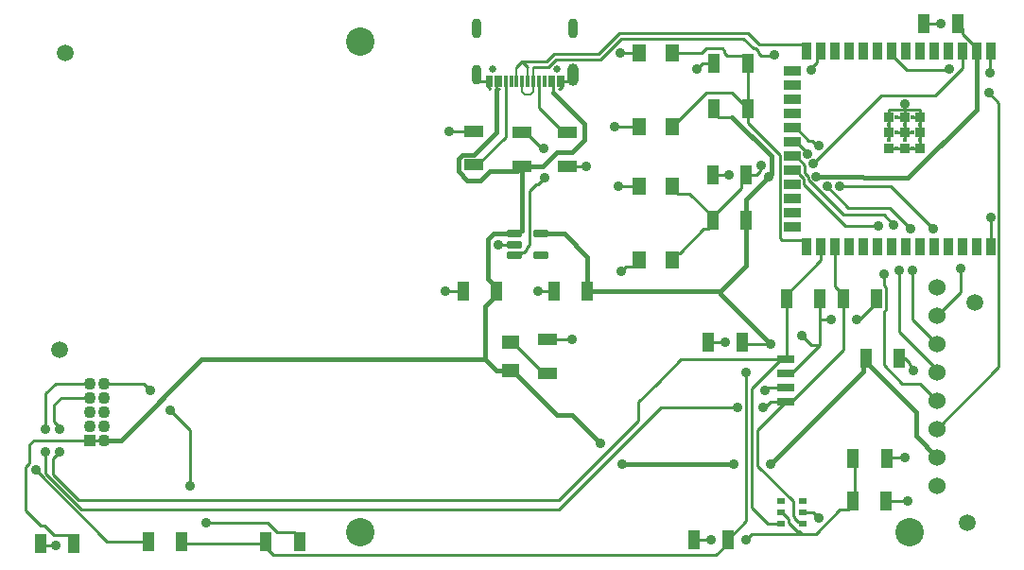
<source format=gtl>
G04*
G04 #@! TF.GenerationSoftware,Altium Limited,Altium Designer,24.2.2 (26)*
G04*
G04 Layer_Physical_Order=1*
G04 Layer_Color=255*
%FSLAX44Y44*%
%MOMM*%
G71*
G04*
G04 #@! TF.SameCoordinates,46537A69-6C61-4849-90A4-6659EB9BC9F3*
G04*
G04*
G04 #@! TF.FilePolarity,Positive*
G04*
G01*
G75*
%ADD12C,0.2540*%
%ADD17R,1.1176X1.8034*%
%ADD18R,0.9000X0.9000*%
%ADD19R,0.9000X1.5000*%
%ADD20R,1.5000X0.9000*%
G04:AMPARAMS|DCode=21|XSize=0.6mm|YSize=1.35mm|CornerRadius=0.045mm|HoleSize=0mm|Usage=FLASHONLY|Rotation=270.000|XOffset=0mm|YOffset=0mm|HoleType=Round|Shape=RoundedRectangle|*
%AMROUNDEDRECTD21*
21,1,0.6000,1.2600,0,0,270.0*
21,1,0.5100,1.3500,0,0,270.0*
1,1,0.0900,-0.6300,-0.2550*
1,1,0.0900,-0.6300,0.2550*
1,1,0.0900,0.6300,0.2550*
1,1,0.0900,0.6300,-0.2550*
%
%ADD21ROUNDEDRECTD21*%
%ADD22R,0.3000X1.1400*%
%ADD23R,1.2000X1.5000*%
%ADD24R,1.5000X1.2000*%
%ADD25R,1.8034X1.1176*%
%ADD26R,1.6000X0.7000*%
G04:AMPARAMS|DCode=27|XSize=0.71mm|YSize=0.53mm|CornerRadius=0.0663mm|HoleSize=0mm|Usage=FLASHONLY|Rotation=0.000|XOffset=0mm|YOffset=0mm|HoleType=Round|Shape=RoundedRectangle|*
%AMROUNDEDRECTD27*
21,1,0.7100,0.3975,0,0,0.0*
21,1,0.5775,0.5300,0,0,0.0*
1,1,0.1325,0.2888,-0.1988*
1,1,0.1325,-0.2888,-0.1988*
1,1,0.1325,-0.2888,0.1988*
1,1,0.1325,0.2888,0.1988*
%
%ADD27ROUNDEDRECTD27*%
%ADD42C,0.4000*%
%ADD48C,2.5400*%
%ADD49C,1.5000*%
%ADD50C,0.3810*%
%ADD51C,0.2032*%
%ADD52C,1.5240*%
%ADD53C,1.1000*%
%ADD54R,1.1000X1.1000*%
%ADD55C,0.6500*%
%ADD56O,1.0000X2.0000*%
%ADD57O,0.9000X1.8000*%
%ADD58C,0.8890*%
D12*
X795820Y661460D02*
X809820D01*
X795820D02*
Y666280D01*
X796290Y666750D01*
X809820Y648374D02*
Y655375D01*
Y641375D02*
Y648374D01*
X802820Y655375D02*
X809820D01*
X788820D02*
X795820D01*
X781820Y634375D02*
Y640460D01*
Y627374D02*
X788820D01*
X809820Y634375D02*
Y641375D01*
Y627374D02*
Y634375D01*
X802820Y627374D02*
X809820D01*
X795820Y641375D02*
X802820D01*
X795820Y634375D02*
Y640460D01*
Y648374D02*
Y655375D01*
Y641375D02*
Y648374D01*
X788820Y641375D02*
X795820D01*
X760984Y435991D02*
X765302Y431673D01*
X664210Y342900D02*
X695935Y311175D01*
X664210Y374650D02*
X689610Y400050D01*
X664210Y342900D02*
Y374650D01*
X778510Y351246D02*
X779236Y350520D01*
X796290D01*
X750824Y312674D02*
Y350520D01*
X670804Y394970D02*
X675884Y400050D01*
X689610D01*
X669290Y394970D02*
X670804D01*
X577850D02*
X646430D01*
X486410Y303530D02*
X577850Y394970D01*
X654050Y293624D02*
Y426720D01*
X637286Y276860D02*
X654050Y293624D01*
X659130Y412170D02*
X685110Y438150D01*
X659130Y305018D02*
X673158Y290990D01*
X659130Y305018D02*
Y412170D01*
X637286Y273431D02*
Y276860D01*
X443230Y427940D02*
X444730D01*
X803910Y427990D02*
Y429708D01*
X800354Y433264D02*
Y435102D01*
X796036Y439420D02*
X800354Y435102D01*
Y433264D02*
X803910Y429708D01*
X793760Y416550D02*
X809505D01*
X777240Y433070D02*
Y481167D01*
Y433070D02*
X793760Y416550D01*
X777240Y504353D02*
Y514350D01*
Y481167D02*
X778764Y482691D01*
Y502829D01*
X777240Y504353D02*
X778764Y502829D01*
X809505Y416550D02*
X824735Y401320D01*
X791210Y462443D02*
Y518160D01*
Y462443D02*
X824735Y428918D01*
Y426720D02*
Y428918D01*
X802640Y474216D02*
Y518160D01*
Y474216D02*
X824735Y452120D01*
X845820Y498605D02*
Y519430D01*
X824735Y477520D02*
X845820Y498605D01*
X705460Y595020D02*
X742950Y557530D01*
X772160D01*
X709270Y598863D02*
X740739Y567393D01*
X777537D01*
X786130Y558800D01*
X782320Y574040D02*
X801370Y554990D01*
X745490Y574040D02*
X782320D01*
X726440Y593090D02*
X745490Y574040D01*
X705460Y595020D02*
Y600177D01*
X737870Y593090D02*
X783590D01*
X821690Y554990D01*
X871220Y676910D02*
X880060Y668070D01*
Y431245D02*
Y668070D01*
X824735Y375920D02*
X880060Y431245D01*
X797765Y697230D02*
X838200D01*
X784120Y710874D02*
Y713875D01*
Y710874D02*
X797765Y697230D01*
X702438Y603198D02*
X705460Y600177D01*
X702438Y603198D02*
Y603306D01*
X698420Y607324D02*
X702438Y603306D01*
X695420Y607324D02*
X698420D01*
X706248Y604776D02*
Y612196D01*
X709270Y598863D02*
Y601755D01*
X706248Y604776D02*
X709270Y601755D01*
X698420Y620024D02*
X706248Y612196D01*
X695420Y620024D02*
X698420D01*
Y645424D02*
X709637Y634207D01*
X717102Y629920D02*
X718820D01*
X709637Y634207D02*
X712814D01*
X717102Y629920D01*
X698420Y632724D02*
X708660Y622485D01*
Y622300D02*
Y622485D01*
X695420Y632724D02*
X698420D01*
X695420Y645424D02*
X698420D01*
X620014Y453390D02*
X635000D01*
X651256Y452120D02*
X675640D01*
X649986Y453390D02*
X651256Y452120D01*
X574040Y416560D02*
X595630Y438150D01*
X685110D01*
X114300Y416560D02*
X120650Y410210D01*
X77470Y416560D02*
X114300D01*
X156210Y325120D02*
Y374650D01*
X138430Y392430D02*
X156210Y374650D01*
X249428Y282926D02*
X253746Y278608D01*
X234224Y282926D02*
X249428D01*
X225050Y292100D02*
X234224Y282926D01*
X253746Y275179D02*
Y278608D01*
X170180Y292100D02*
X225050D01*
X55861Y311785D02*
X485775D01*
X33020Y334626D02*
Y349250D01*
X81691Y275179D02*
X118364D01*
X26670Y335588D02*
Y355600D01*
X58728Y303530D02*
X486410D01*
X26670Y335588D02*
X58728Y303530D01*
X33020Y334626D02*
X55861Y311785D01*
X17780Y339090D02*
X81691Y275179D01*
X8890Y302451D02*
Y341630D01*
X12280Y345020D01*
Y361996D01*
X34290Y382514D02*
X39370Y377434D01*
Y375920D02*
Y377434D01*
X34290Y382514D02*
Y397510D01*
X33020Y349250D02*
X39370Y355600D01*
X40640Y403860D02*
X64770D01*
X34290Y397510D02*
X40640Y403860D01*
X26670Y375920D02*
Y407670D01*
X35560Y416560D01*
X64770D01*
X12280Y361996D02*
X16044Y365760D01*
X77470D01*
X809820Y655375D02*
Y661460D01*
X788820Y627374D02*
X795820D01*
X802820D01*
X795820Y655375D02*
Y661460D01*
X781820Y655375D02*
Y661460D01*
Y641375D02*
Y655375D01*
X813054Y739140D02*
X828040D01*
X843026D02*
X847344Y734822D01*
X860320Y713875D02*
Y716874D01*
X847344Y729850D02*
X860320Y716874D01*
X847344Y729850D02*
Y734822D01*
X822960Y674370D02*
X847620Y699030D01*
Y716960D01*
X774700Y674370D02*
X822960D01*
X683895Y546735D02*
X685670Y544960D01*
X707920D01*
X683895Y546735D02*
Y621284D01*
X872490Y694690D02*
Y719430D01*
X873020Y719960D01*
X717390Y703868D02*
Y716730D01*
X712470Y697230D02*
Y698948D01*
X717390Y703868D01*
Y716730D02*
X720620Y719960D01*
Y716960D02*
Y719960D01*
X8890Y302451D02*
X21940Y289402D01*
X223774Y269621D02*
X230505Y262890D01*
X626745D02*
X637286Y273431D01*
X230505Y262890D02*
X626745D01*
X459740Y589280D02*
X465493Y595033D01*
X459740Y540890D02*
Y589280D01*
X457180Y538330D02*
X459740Y540890D01*
X454685Y534210D02*
X457180Y536706D01*
Y538330D01*
X450370Y531520D02*
X453060Y534210D01*
X454685D01*
X21940Y289402D02*
X25558D01*
X34163Y280797D02*
X47498D01*
X25558Y289402D02*
X34163Y280797D01*
X485775Y311785D02*
X557511Y383521D01*
Y400031D01*
X695935Y298279D02*
X697280Y296934D01*
Y295860D02*
Y296934D01*
X703160Y292370D02*
X704540Y290990D01*
X689580Y297450D02*
X692200Y294830D01*
X685740Y300990D02*
X689280Y297450D01*
X695935Y298279D02*
Y311175D01*
X697280Y295860D02*
X700770Y292370D01*
X692200Y292130D02*
X699800Y284530D01*
X692200Y292130D02*
Y294830D01*
X689280Y297450D02*
X689580D01*
X700770Y292370D02*
X703160D01*
X704186Y281940D02*
X716524D01*
X701596Y284530D02*
X704186Y281940D01*
X659130D02*
X704186D01*
X699800Y284530D02*
X701596D01*
X716524Y281940D02*
X737987Y303403D01*
X654050Y276860D02*
X659130Y281940D01*
X673158Y290990D02*
X684840D01*
X666805Y611560D02*
X667385Y612140D01*
X655066Y650113D02*
X683895Y621284D01*
X629412Y655193D02*
X641477D01*
X666805Y606615D02*
Y611560D01*
X655066Y650113D02*
Y662940D01*
X679445Y711195D02*
X680720Y712470D01*
X678170Y709920D02*
X679445Y711195D01*
X666923Y709920D02*
X678170D01*
X614680Y703580D02*
X625094D01*
X609600Y698500D02*
X614680Y703580D01*
X587770Y712450D02*
X614208D01*
X632260Y716407D02*
X634492Y714175D01*
Y712379D02*
X636814Y710057D01*
X615696Y714175D02*
X617928Y716407D01*
X632260D01*
X614208Y712450D02*
X615696Y713938D01*
Y714175D01*
X634492Y712379D02*
Y714175D01*
X664464Y712379D02*
X666923Y709920D01*
X662232Y716407D02*
X664464Y714175D01*
X660436Y716407D02*
X662232D01*
X523656Y706780D02*
X542046Y725170D01*
X651673D01*
X539941Y730250D02*
X655573D01*
X651673Y725170D02*
X660436Y716407D01*
X664464Y712379D02*
Y714175D01*
X521552Y711860D02*
X539941Y730250D01*
X655573D02*
X665863Y719960D01*
X707920D01*
X623824Y603250D02*
X638810D01*
X873020Y544960D02*
Y564620D01*
X872490Y565150D02*
X873020Y564620D01*
X781820Y661460D02*
X795820D01*
X713740Y613410D02*
X774700Y674370D01*
X770636Y489331D02*
Y492760D01*
X755015Y473710D02*
X770636Y489331D01*
X753110Y473710D02*
X755015D01*
X719836D02*
Y492760D01*
Y451176D02*
Y473710D01*
X730250D01*
X607314Y276860D02*
X622300D01*
X148336Y273050D02*
X223774D01*
Y269621D02*
Y273050D01*
X684840Y300990D02*
X685740D01*
X737987Y303403D02*
X744982D01*
X749300Y307721D01*
Y311150D01*
X750824Y312674D01*
X673100Y412750D02*
X689610D01*
X670560Y410210D02*
X673100Y412750D01*
X704540Y300990D02*
X713740D01*
X718820Y295910D01*
X779272Y311150D02*
X798830D01*
X625094Y659511D02*
Y662940D01*
Y659511D02*
X629412Y655193D01*
X653796Y603250D02*
X663440D01*
X666805Y606615D01*
X587770Y646450D02*
X618230Y676910D01*
X641096D02*
X655066Y662940D01*
X618230Y676910D02*
X641096D01*
X712144Y451176D02*
X719836D01*
X703580Y459740D02*
X712144Y451176D01*
X694110Y425450D02*
X719836Y451176D01*
X689610Y425450D02*
X694110D01*
X51816Y273050D02*
Y276479D01*
X47498Y280797D02*
X51816Y276479D01*
X23114Y271780D02*
X35560D01*
X21844Y273050D02*
X23114Y271780D01*
X557511Y400031D02*
X574040Y416560D01*
X685110Y438150D02*
X689610D01*
Y400050D02*
X694110D01*
X740664Y446604D02*
Y492760D01*
X694110Y400050D02*
X740664Y446604D01*
X689864Y438404D02*
Y492760D01*
X689610Y438150D02*
X689864Y438404D01*
X511556Y495681D02*
Y499110D01*
X689864Y496189D02*
X720620Y526945D01*
Y544960D01*
X689864Y492760D02*
Y496189D01*
X733320Y503533D02*
Y544960D01*
Y503533D02*
X740664Y496189D01*
Y492760D02*
Y496189D01*
X655066Y703580D02*
Y705739D01*
Y662940D02*
Y703580D01*
X481752Y711860D02*
X521552D01*
X463550Y699770D02*
X476846D01*
X453390Y704850D02*
X458430Y699810D01*
X476846Y699770D02*
X483856Y706780D01*
X523656D01*
X636814Y710057D02*
X650748D01*
X655066Y705739D01*
X453390Y704850D02*
X474742D01*
X481752Y711860D01*
X587770Y528570D02*
X592500Y533300D01*
X594514D01*
X616077Y554863D01*
X619506D02*
X623824Y559181D01*
Y562610D01*
X587770Y527070D02*
Y528570D01*
X616077Y554863D02*
X619506D01*
X649478Y591693D02*
Y598932D01*
X653796Y603250D01*
X623824Y562610D02*
Y566039D01*
X649478Y591693D01*
X603023Y586840D02*
X623824Y566039D01*
X587770Y591570D02*
Y593070D01*
Y591570D02*
X592500Y586840D01*
X603023D01*
X448430Y699890D02*
X453390Y704850D01*
X422430Y682870D02*
X424580Y680720D01*
X422430Y682870D02*
Y687070D01*
X424580Y680720D02*
X424715D01*
X412680Y690218D02*
Y692970D01*
X415828Y687070D02*
X422430D01*
X412680Y690218D02*
X415828Y687070D01*
X487280Y680720D02*
X489430Y682870D01*
Y687070D01*
X486510Y680720D02*
X487280D01*
X489430Y687070D02*
X495734D01*
X499180Y690516D01*
Y692970D01*
X546240Y520840D02*
X553040D01*
X557770Y525570D02*
Y527070D01*
X553040Y520840D02*
X557770Y525570D01*
X542290Y516890D02*
X546240Y520840D01*
X539770Y593070D02*
X557770D01*
X539750Y593090D02*
X539770Y593070D01*
X538480Y646430D02*
X538500Y646450D01*
X557770D01*
X541020Y712470D02*
X541040Y712450D01*
X557770D01*
X430276Y495681D02*
Y499110D01*
X444730Y453440D02*
X468148Y430022D01*
X471932D01*
X476250Y425704D01*
X443230Y453440D02*
X444730D01*
X476250Y455676D02*
X497586D01*
X497840Y455930D01*
X384810Y499110D02*
X400304D01*
X467360D02*
X481584D01*
X431800Y541020D02*
X446620D01*
X430276Y499110D02*
Y502539D01*
X387350Y642620D02*
X387604Y642366D01*
X410210D01*
X494030Y611124D02*
X510286D01*
X510540Y610870D01*
X470535Y627380D02*
X472440D01*
X453390Y641096D02*
X456819D01*
X470535Y627380D01*
X467713Y595033D02*
X473391Y600710D01*
X473710D01*
X465493Y595033D02*
X467713D01*
X446620Y531520D02*
X450370D01*
X511556Y499110D02*
X511810Y499364D01*
X450370Y550520D02*
X453390Y553540D01*
X446620Y550520D02*
X450370D01*
X481430Y676810D02*
Y687070D01*
X430430Y679232D02*
Y687070D01*
X431918Y680720D02*
X433070D01*
X430430Y679232D02*
X431918Y680720D01*
X449072Y606806D02*
X453390Y611124D01*
X478430Y687070D02*
X481430D01*
X438430Y637185D02*
Y687070D01*
X413639Y612394D02*
X438430Y637185D01*
X410210Y612394D02*
X413639D01*
X468430Y663267D02*
Y687070D01*
Y663267D02*
X490601Y641096D01*
X494030D01*
D17*
X253746Y275179D02*
D03*
X223774D02*
D03*
X148336D02*
D03*
X118364D02*
D03*
X813054Y739140D02*
D03*
X843026D02*
D03*
X620014Y453390D02*
D03*
X649986D02*
D03*
X637286Y276860D02*
D03*
X607314D02*
D03*
X21844Y273050D02*
D03*
X51816D02*
D03*
X653796Y562610D02*
D03*
X623824D02*
D03*
Y603250D02*
D03*
X653796D02*
D03*
X655066Y662940D02*
D03*
X625094D02*
D03*
Y703580D02*
D03*
X655066D02*
D03*
X790956Y439420D02*
D03*
X760984D02*
D03*
X400304Y499110D02*
D03*
X430276D02*
D03*
X770636Y492760D02*
D03*
X740664D02*
D03*
X481584Y499110D02*
D03*
X511556D02*
D03*
X719836Y492760D02*
D03*
X689864D02*
D03*
X749300Y311150D02*
D03*
X779272D02*
D03*
X749554Y349250D02*
D03*
X779526D02*
D03*
D18*
X795820Y641375D02*
D03*
Y655375D02*
D03*
Y627374D02*
D03*
X781820Y655375D02*
D03*
Y641375D02*
D03*
Y627374D02*
D03*
X809820Y655375D02*
D03*
Y641375D02*
D03*
Y627374D02*
D03*
D19*
X873020Y713875D02*
D03*
X860320D02*
D03*
X847620D02*
D03*
X834920D02*
D03*
X822220D02*
D03*
X809520D02*
D03*
X796820D02*
D03*
X784120D02*
D03*
X771420D02*
D03*
X758720D02*
D03*
X746020D02*
D03*
X733320D02*
D03*
X720620D02*
D03*
X707920D02*
D03*
Y538875D02*
D03*
X720620D02*
D03*
X733320D02*
D03*
X746020D02*
D03*
X758720D02*
D03*
X771420D02*
D03*
X784120D02*
D03*
X796820D02*
D03*
X809520D02*
D03*
X822220D02*
D03*
X834920D02*
D03*
X847620D02*
D03*
X860320D02*
D03*
X873020D02*
D03*
D20*
X695420Y696225D02*
D03*
Y683524D02*
D03*
Y670825D02*
D03*
Y658124D02*
D03*
Y645424D02*
D03*
Y632724D02*
D03*
Y620024D02*
D03*
Y607324D02*
D03*
Y594624D02*
D03*
Y581925D02*
D03*
Y569225D02*
D03*
Y556525D02*
D03*
D21*
X446620Y550520D02*
D03*
Y541020D02*
D03*
Y531520D02*
D03*
X470320D02*
D03*
Y550520D02*
D03*
D22*
X458430Y687070D02*
D03*
X463430D02*
D03*
X468430D02*
D03*
X473430D02*
D03*
X478430D02*
D03*
X481430D02*
D03*
X486430D02*
D03*
X489430D02*
D03*
X453430D02*
D03*
X448430D02*
D03*
X443430D02*
D03*
X438430D02*
D03*
X433430D02*
D03*
X430430D02*
D03*
X425430D02*
D03*
X422430D02*
D03*
D23*
X587770Y527070D02*
D03*
X557770Y593070D02*
D03*
X587770D02*
D03*
X557770Y527070D02*
D03*
X587770Y646450D02*
D03*
X557770Y712450D02*
D03*
X587770D02*
D03*
X557770Y646450D02*
D03*
D24*
X443230Y453440D02*
D03*
Y427940D02*
D03*
D25*
X453390Y641096D02*
D03*
Y611124D02*
D03*
X476250Y455676D02*
D03*
Y425704D02*
D03*
X494030Y641096D02*
D03*
Y611124D02*
D03*
X410210Y642366D02*
D03*
Y612394D02*
D03*
D26*
X689610Y438150D02*
D03*
Y425450D02*
D03*
Y412750D02*
D03*
Y400050D02*
D03*
D27*
X684840Y310990D02*
D03*
Y300990D02*
D03*
Y290990D02*
D03*
X704540D02*
D03*
Y300990D02*
D03*
Y310990D02*
D03*
D42*
X802820Y641375D02*
D03*
Y655375D02*
D03*
Y627374D02*
D03*
X788820Y655375D02*
D03*
Y641375D02*
D03*
Y627374D02*
D03*
X809820Y648374D02*
D03*
Y634375D02*
D03*
X795820Y648374D02*
D03*
Y634375D02*
D03*
X781820Y648374D02*
D03*
Y634375D02*
D03*
D48*
X308610Y283210D02*
D03*
Y722630D02*
D03*
X800100Y283210D02*
D03*
D49*
X858520Y488950D02*
D03*
X44450Y712470D02*
D03*
X39370Y447040D02*
D03*
X852170Y292100D02*
D03*
D50*
X765302Y431673D02*
X805815Y391160D01*
Y369440D02*
Y391160D01*
X758403Y426933D02*
Y433410D01*
X760984Y435991D01*
X675640Y344170D02*
X758403Y426933D01*
X760984Y435991D02*
Y439420D01*
X542925Y344170D02*
X642620D01*
X805815Y369440D02*
X824735Y350520D01*
X497840Y388620D02*
X523240Y363220D01*
X484050Y388620D02*
X497840D01*
X444730Y427940D02*
X484050Y388620D01*
X716255Y601756D02*
X758193D01*
X759239Y600710D01*
X798830D01*
X77470Y365760D02*
X93980D01*
X166370Y438150D02*
X420370D01*
X93980Y365760D02*
X166370Y438150D01*
X860320Y662200D02*
Y713875D01*
X798830Y600710D02*
X860320Y662200D01*
X653796Y581719D02*
X676275Y604198D01*
Y620395D01*
X641477Y655193D02*
X676275Y620395D01*
X653796Y562610D02*
Y581719D01*
X631190Y496570D02*
Y499110D01*
Y496570D02*
X675640Y452120D01*
X631190Y499110D02*
X653796Y521716D01*
Y562610D01*
X511556Y499110D02*
X631190D01*
X420370Y485775D02*
X430276Y495681D01*
X420370Y438150D02*
Y485775D01*
X430580Y427940D02*
X443230D01*
X420370Y438150D02*
X430580Y427940D01*
X422910Y509905D02*
X430276Y502539D01*
X422910Y509905D02*
Y546100D01*
X427330Y550520D02*
X446620D01*
X422910Y546100D02*
X427330Y550520D01*
X471696Y611124D02*
X484142Y623570D01*
X453390Y611124D02*
X471696D01*
X484142Y623570D02*
X497840D01*
X511810Y499364D02*
Y529590D01*
X470320Y550520D02*
X490880D01*
X511810Y529590D01*
X453390Y553540D02*
Y611124D01*
X396240Y606679D02*
Y617519D01*
Y606679D02*
X404342Y598577D01*
X396240Y617519D02*
X399878Y621157D01*
X404342Y598577D02*
X415933D01*
X424162Y606806D01*
X399878Y621157D02*
X410337D01*
X430430Y641250D02*
Y679232D01*
X410337Y621157D02*
X430430Y641250D01*
X497840Y623570D02*
X509270Y635000D01*
Y648970D01*
X481430Y676810D02*
X509270Y648970D01*
X424162Y606806D02*
X449072D01*
D51*
X455930Y675640D02*
X461010D01*
X463550Y678180D02*
Y699770D01*
X461010Y675640D02*
X463550Y678180D01*
X453390D02*
Y687030D01*
X453430Y687070D01*
X453390Y678180D02*
X455930Y675640D01*
X458430Y687070D02*
Y699810D01*
X448430Y687070D02*
Y699890D01*
D52*
X824735Y325120D02*
D03*
Y350520D02*
D03*
Y375920D02*
D03*
Y401320D02*
D03*
Y426720D02*
D03*
Y452120D02*
D03*
Y477520D02*
D03*
Y502920D02*
D03*
D53*
X66548Y416560D02*
D03*
X79248D02*
D03*
X66548Y403860D02*
D03*
X79248D02*
D03*
X66548Y391160D02*
D03*
X79248D02*
D03*
X66548Y378460D02*
D03*
X79248D02*
D03*
Y365760D02*
D03*
D54*
X66548D02*
D03*
D55*
X484830Y697770D02*
D03*
X427030D02*
D03*
D56*
X499180Y692970D02*
D03*
D57*
Y734770D02*
D03*
X412680D02*
D03*
Y692970D02*
D03*
D58*
X796290Y666750D02*
D03*
X675640Y344170D02*
D03*
X642620D02*
D03*
X542925D02*
D03*
X796290Y350520D02*
D03*
X669290Y394970D02*
D03*
X646430D02*
D03*
X523240Y363220D02*
D03*
X803910Y427990D02*
D03*
X777240Y514350D02*
D03*
X791210Y518160D02*
D03*
X802640D02*
D03*
X845820Y519430D02*
D03*
X772160Y557530D02*
D03*
X786130Y558800D02*
D03*
X801370Y554990D02*
D03*
X821690D02*
D03*
X871220Y676910D02*
D03*
X835660Y698500D02*
D03*
X726440Y593090D02*
D03*
X737870D02*
D03*
X716255Y601756D02*
D03*
X718820Y629920D02*
D03*
X708660Y622300D02*
D03*
X635000Y453390D02*
D03*
X120650Y410210D02*
D03*
X138430Y392430D02*
D03*
X156210Y325120D02*
D03*
X170180Y292100D02*
D03*
X17780Y339090D02*
D03*
X39370Y375920D02*
D03*
Y355600D02*
D03*
X26670D02*
D03*
Y375920D02*
D03*
X828040Y739140D02*
D03*
X872490Y694690D02*
D03*
X712470Y697230D02*
D03*
X674370Y601980D02*
D03*
X667385Y612140D02*
D03*
X679445Y711195D02*
D03*
X609600Y698500D02*
D03*
X638810Y603250D02*
D03*
X872755Y564885D02*
D03*
X730250Y473710D02*
D03*
X753110D02*
D03*
X622300Y276860D02*
D03*
X654050D02*
D03*
X670560Y410210D02*
D03*
X654050Y426720D02*
D03*
X718820Y295910D02*
D03*
X798830Y311150D02*
D03*
X675640Y452120D02*
D03*
X703580Y459740D02*
D03*
X35560Y271780D02*
D03*
X713740Y613410D02*
D03*
X542290Y516890D02*
D03*
X541020Y712470D02*
D03*
X539770Y593070D02*
D03*
X535940Y646430D02*
D03*
X497840Y455930D02*
D03*
X384810Y499110D02*
D03*
X467360D02*
D03*
X431800Y541020D02*
D03*
X387604Y642366D02*
D03*
X510540Y610870D02*
D03*
X472440Y627380D02*
D03*
X473710Y600710D02*
D03*
M02*

</source>
